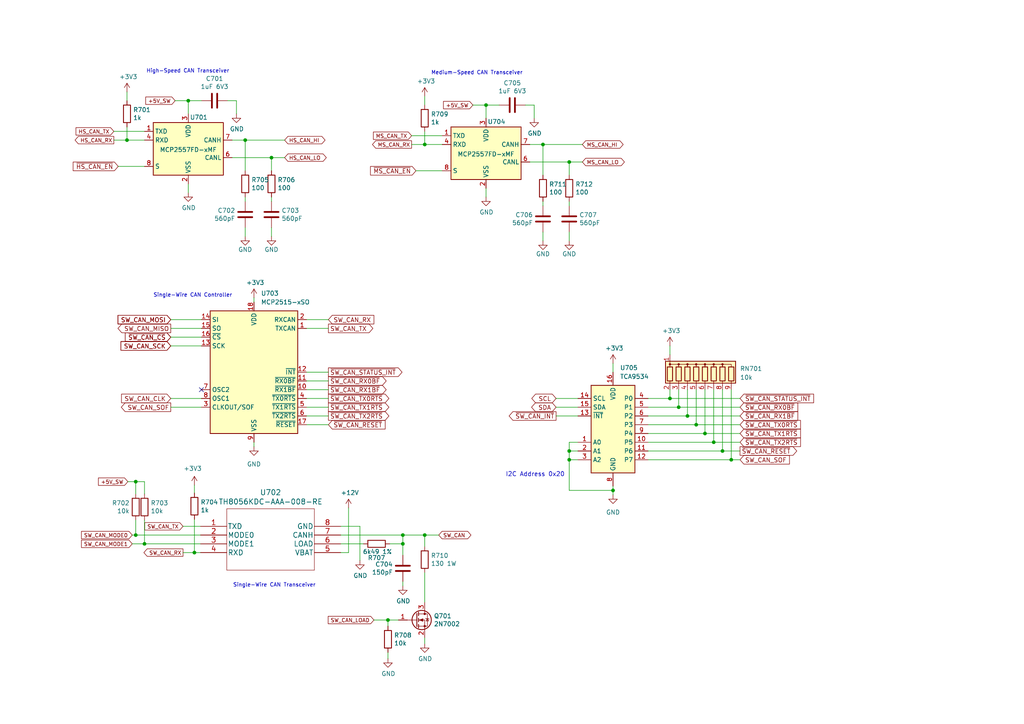
<source format=kicad_sch>
(kicad_sch (version 20211123) (generator eeschema)
  (paper "A4")
  (lib_symbols
    (symbol "Device:C" (pin_numbers hide) (pin_names (offset 0.254))
      (property "Reference" "C" (at 0.635 2.54 0))
      (property "Value" "C" (at 0.635 -2.54 0))
      (symbol "C_0_1"
        (polyline (pts (xy -2.032 -0.762) (xy 2.032 -0.762)) (stroke (width 0.508)))
        (polyline (pts (xy -2.032 0.762) (xy 2.032 0.762)) (stroke (width 0.508)))
      )
      (symbol "C_1_1"
        (pin passive line (at 0 3.81 270) (length 2.794) (name "~") (number "1"))
        (pin passive line (at 0 -3.81 90) (length 2.794) (name "~") (number "2"))
      )
    )
    (symbol "Device:R" (pin_numbers hide) (pin_names (offset 0))
      (property "Reference" "R" (at 2.032 0 90))
      (property "Value" "R" (at 0 0 90))
      (symbol "R_0_1"
        (rectangle (start -1.016 -2.54) (end 1.016 2.54) (stroke (width 0.254)))
      )
      (symbol "R_1_1"
        (pin passive line (at 0 3.81 270) (length 1.27) (name "~") (number "1"))
        (pin passive line (at 0 -3.81 90) (length 1.27) (name "~") (number "2"))
      )
    )
    (symbol "Device:R_Network08" (pin_names (offset 0) hide)
      (property "Reference" "RN" (at -12.7 0 90))
      (property "Value" "R_Network08" (at 10.16 0 90))
      (symbol "R_Network08_0_1"
        (rectangle (start -11.43 -3.175) (end 8.89 3.175) (stroke (width 0.254)) (fill (type background)))
        (rectangle (start -10.922 1.524) (end -9.398 -2.54) (stroke (width 0.254)))
        (circle (center -10.16 2.286) (radius 0.254) (fill (type outline)))
        (rectangle (start -8.382 1.524) (end -6.858 -2.54) (stroke (width 0.254)))
        (circle (center -7.62 2.286) (radius 0.254) (fill (type outline)))
        (rectangle (start -5.842 1.524) (end -4.318 -2.54) (stroke (width 0.254)))
        (circle (center -5.08 2.286) (radius 0.254) (fill (type outline)))
        (rectangle (start -3.302 1.524) (end -1.778 -2.54) (stroke (width 0.254)))
        (circle (center -2.54 2.286) (radius 0.254) (fill (type outline)))
        (rectangle (start -0.762 1.524) (end 0.762 -2.54) (stroke (width 0.254)))
        (polyline (pts (xy -10.16 -2.54) (xy -10.16 -3.81)))
        (polyline (pts (xy -7.62 -2.54) (xy -7.62 -3.81)))
        (polyline (pts (xy -5.08 -2.54) (xy -5.08 -3.81)))
        (polyline (pts (xy -2.54 -2.54) (xy -2.54 -3.81)))
        (polyline (pts (xy 0 -2.54) (xy 0 -3.81)))
        (polyline (pts (xy 2.54 -2.54) (xy 2.54 -3.81)))
        (polyline (pts (xy 5.08 -2.54) (xy 5.08 -3.81)))
        (polyline (pts (xy 7.62 -2.54) (xy 7.62 -3.81)))
        (polyline (pts (xy -10.16 1.524) (xy -10.16 2.286) (xy -7.62 2.286) (xy -7.62 1.524)))
        (polyline (pts (xy -7.62 1.524) (xy -7.62 2.286) (xy -5.08 2.286) (xy -5.08 1.524)))
        (polyline (pts (xy -5.08 1.524) (xy -5.08 2.286) (xy -2.54 2.286) (xy -2.54 1.524)))
        (polyline (pts (xy -2.54 1.524) (xy -2.54 2.286) (xy 0 2.286) (xy 0 1.524)))
        (polyline (pts (xy 0 1.524) (xy 0 2.286) (xy 2.54 2.286) (xy 2.54 1.524)))
        (polyline (pts (xy 2.54 1.524) (xy 2.54 2.286) (xy 5.08 2.286) (xy 5.08 1.524)))
        (polyline (pts (xy 5.08 1.524) (xy 5.08 2.286) (xy 7.62 2.286) (xy 7.62 1.524)))
        (circle (center 0 2.286) (radius 0.254) (fill (type outline)))
        (rectangle (start 1.778 1.524) (end 3.302 -2.54) (stroke (width 0.254)))
        (circle (center 2.54 2.286) (radius 0.254) (fill (type outline)))
        (rectangle (start 4.318 1.524) (end 5.842 -2.54) (stroke (width 0.254)))
        (circle (center 5.08 2.286) (radius 0.254) (fill (type outline)))
        (rectangle (start 6.858 1.524) (end 8.382 -2.54) (stroke (width 0.254)))
      )
      (symbol "R_Network08_1_1"
        (pin passive line (at -10.16 5.08 270) (length 2.54) (name "common") (number "1"))
        (pin passive line (at -10.16 -5.08 90) (length 1.27) (name "R1") (number "2"))
        (pin passive line (at -7.62 -5.08 90) (length 1.27) (name "R2") (number "3"))
        (pin passive line (at -5.08 -5.08 90) (length 1.27) (name "R3") (number "4"))
        (pin passive line (at -2.54 -5.08 90) (length 1.27) (name "R4") (number "5"))
        (pin passive line (at 0 -5.08 90) (length 1.27) (name "R5") (number "6"))
        (pin passive line (at 2.54 -5.08 90) (length 1.27) (name "R6") (number "7"))
        (pin passive line (at 5.08 -5.08 90) (length 1.27) (name "R7") (number "8"))
        (pin passive line (at 7.62 -5.08 90) (length 1.27) (name "R8") (number "9"))
      )
    )
    (symbol "Interface_CAN_LIN:MCP2515-xSO"
      (property "Reference" "U" (at -10.16 19.685 0))
      (property "Value" "MCP2515-xSO" (at 19.05 20.32 0))
      (symbol "MCP2515-xSO_0_1"
        (rectangle (start -12.7 17.78) (end 12.7 -17.78) (stroke (width 0.254)) (fill (type background)))
      )
      (symbol "MCP2515-xSO_1_1"
        (pin output line (at 15.24 12.7 180) (length 2.54) (name "TXCAN") (number "1"))
        (pin output line (at 15.24 -5.08 180) (length 2.54) (name "~{RX1BF}") (number "10"))
        (pin output line (at 15.24 -2.54 180) (length 2.54) (name "~{RX0BF}") (number "11"))
        (pin output line (at 15.24 0 180) (length 2.54) (name "~{INT}") (number "12"))
        (pin input line (at -15.24 7.62 0) (length 2.54) (name "SCK") (number "13"))
        (pin input line (at -15.24 15.24 0) (length 2.54) (name "SI") (number "14"))
        (pin output line (at -15.24 12.7 0) (length 2.54) (name "SO") (number "15"))
        (pin input line (at -15.24 10.16 0) (length 2.54) (name "~{CS}") (number "16"))
        (pin input line (at 15.24 -15.24 180) (length 2.54) (name "~{RESET}") (number "17"))
        (pin power_in line (at 0 20.32 270) (length 2.54) (name "VDD") (number "18"))
        (pin input line (at 15.24 15.24 180) (length 2.54) (name "RXCAN") (number "2"))
        (pin output line (at -15.24 -10.16 0) (length 2.54) (name "CLKOUT/SOF") (number "3"))
        (pin input line (at 15.24 -7.62 180) (length 2.54) (name "~{TX0RTS}") (number "4"))
        (pin input line (at 15.24 -10.16 180) (length 2.54) (name "~{TX1RTS}") (number "5"))
        (pin input line (at 15.24 -12.7 180) (length 2.54) (name "~{TX2RTS}") (number "6"))
        (pin output line (at -15.24 -5.08 0) (length 2.54) (name "OSC2") (number "7"))
        (pin input line (at -15.24 -7.62 0) (length 2.54) (name "OSC1") (number "8"))
        (pin power_in line (at 0 -20.32 90) (length 2.54) (name "VSS") (number "9"))
      )
    )
    (symbol "Interface_CAN_LIN:MCP2557FD-xMF"
      (property "Reference" "U" (at -10.16 10.16 0))
      (property "Value" "MCP2557FD-xMF" (at 2.54 10.16 0))
      (symbol "MCP2557FD-xMF_0_1"
        (rectangle (start -10.16 7.62) (end 10.16 -7.62) (stroke (width 0.254)) (fill (type background)))
      )
      (symbol "MCP2557FD-xMF_1_1"
        (pin input line (at -12.7 5.08 0) (length 2.54) (name "TXD") (number "1"))
        (pin power_in line (at 0 -10.16 90) (length 2.54) (name "VSS") (number "2"))
        (pin power_in line (at 0 10.16 270) (length 2.54) (name "VDD") (number "3"))
        (pin output line (at -12.7 2.54 0) (length 2.54) (name "RXD") (number "4"))
        (pin no_connect line (at -10.16 -2.54 0) (length 2.54) hide (name "NC") (number "5"))
        (pin bidirectional line (at 12.7 -2.54 180) (length 2.54) (name "CANL") (number "6"))
        (pin bidirectional line (at 12.7 2.54 180) (length 2.54) (name "CANH") (number "7"))
        (pin input line (at -12.7 -5.08 0) (length 2.54) (name "S") (number "8"))
        (pin passive line (at 0 -10.16 90) (length 2.54) hide (name "VSS") (number "9"))
      )
    )
    (symbol "Interface_Expansion:TCA9534"
      (property "Reference" "U" (at -6.35 12.7 0))
      (property "Value" "TCA9534" (at 2.54 12.7 0))
      (symbol "TCA9534_0_1"
        (rectangle (start -6.35 -13.97) (end 6.35 11.43) (stroke (width 0.254)) (fill (type background)))
      )
      (symbol "TCA9534_1_1"
        (pin input line (at -10.16 -5.08 0) (length 3.81) (name "A0") (number "1"))
        (pin bidirectional line (at 10.16 -5.08 180) (length 3.81) (name "P5") (number "10"))
        (pin bidirectional line (at 10.16 -7.62 180) (length 3.81) (name "P6") (number "11"))
        (pin bidirectional line (at 10.16 -10.16 180) (length 3.81) (name "P7") (number "12"))
        (pin open_collector line (at -10.16 2.54 0) (length 3.81) (name "~{INT}") (number "13"))
        (pin input line (at -10.16 7.62 0) (length 3.81) (name "SCL") (number "14"))
        (pin bidirectional line (at -10.16 5.08 0) (length 3.81) (name "SDA") (number "15"))
        (pin power_in line (at 0 15.24 270) (length 3.81) (name "VDD") (number "16"))
        (pin input line (at -10.16 -7.62 0) (length 3.81) (name "A1") (number "2"))
        (pin input line (at -10.16 -10.16 0) (length 3.81) (name "A2") (number "3"))
        (pin bidirectional line (at 10.16 7.62 180) (length 3.81) (name "P0") (number "4"))
        (pin bidirectional line (at 10.16 5.08 180) (length 3.81) (name "P1") (number "5"))
        (pin bidirectional line (at 10.16 2.54 180) (length 3.81) (name "P2") (number "6"))
        (pin bidirectional line (at 10.16 0 180) (length 3.81) (name "P3") (number "7"))
        (pin power_in line (at 0 -17.78 90) (length 3.81) (name "GND") (number "8"))
        (pin bidirectional line (at 10.16 -2.54 180) (length 3.81) (name "P4") (number "9"))
      )
    )
    (symbol "Transistor_FET:2N7002" (pin_names hide)
      (property "Reference" "Q" (at 5.08 1.905 0))
      (property "Value" "2N7002" (at 5.08 0 0))
      (symbol "2N7002_0_1"
        (polyline (pts (xy 0.254 0) (xy -2.54 0)))
        (polyline (pts (xy 0.254 1.905) (xy 0.254 -1.905)) (stroke (width 0.254)))
        (polyline (pts (xy 0.762 -1.27) (xy 0.762 -2.286)) (stroke (width 0.254)))
        (polyline (pts (xy 0.762 0.508) (xy 0.762 -0.508)) (stroke (width 0.254)))
        (polyline (pts (xy 0.762 2.286) (xy 0.762 1.27)) (stroke (width 0.254)))
        (polyline (pts (xy 2.54 2.54) (xy 2.54 1.778)))
        (polyline (pts (xy 2.54 -2.54) (xy 2.54 0) (xy 0.762 0)))
        (polyline (pts (xy 0.762 -1.778) (xy 3.302 -1.778) (xy 3.302 1.778) (xy 0.762 1.778)))
        (polyline (pts (xy 1.016 0) (xy 2.032 0.381) (xy 2.032 -0.381) (xy 1.016 0)) (fill (type outline)))
        (polyline (pts (xy 2.794 0.508) (xy 2.921 0.381) (xy 3.683 0.381) (xy 3.81 0.254)))
        (polyline (pts (xy 3.302 0.381) (xy 2.921 -0.254) (xy 3.683 -0.254) (xy 3.302 0.381)))
        (circle (center 1.651 0) (radius 2.794) (stroke (width 0.254)))
        (circle (center 2.54 -1.778) (radius 0.254) (fill (type outline)))
        (circle (center 2.54 1.778) (radius 0.254) (fill (type outline)))
      )
      (symbol "2N7002_1_1"
        (pin input line (at -5.08 0 0) (length 2.54) (name "G") (number "1"))
        (pin passive line (at 2.54 -5.08 90) (length 2.54) (name "S") (number "2"))
        (pin passive line (at 2.54 5.08 270) (length 2.54) (name "D") (number "3"))
      )
    )
    (symbol "UltraLibrarian:TH8056KDC-AAA-008-RE" (pin_names (offset 0.254))
      (property "Reference" "U" (at 20.32 10.16 0))
      (property "Value" "TH8056KDC-AAA-008-RE" (at 20.32 7.62 0))
      (symbol "TH8056KDC-AAA-008-RE_1_1"
        (polyline (pts (xy 7.62 -12.7) (xy 33.02 -12.7)) (stroke (width 0.127)))
        (polyline (pts (xy 7.62 5.08) (xy 7.62 -12.7)) (stroke (width 0.127)))
        (polyline (pts (xy 33.02 -12.7) (xy 33.02 5.08)) (stroke (width 0.127)))
        (polyline (pts (xy 33.02 5.08) (xy 7.62 5.08)) (stroke (width 0.127)))
        (pin unspecified line (at 0 0 0) (length 7.62) (name "TXD") (number "1"))
        (pin unspecified line (at 0 -2.54 0) (length 7.62) (name "MODE0") (number "2"))
        (pin unspecified line (at 0 -5.08 0) (length 7.62) (name "MODE1") (number "3"))
        (pin unspecified line (at 0 -7.62 0) (length 7.62) (name "RXD") (number "4"))
        (pin output line (at 40.64 -7.62 180) (length 7.62) (name "VBAT") (number "5"))
        (pin unspecified line (at 40.64 -5.08 180) (length 7.62) (name "LOAD") (number "6"))
        (pin unspecified line (at 40.64 -2.54 180) (length 7.62) (name "CANH") (number "7"))
        (pin power_in line (at 40.64 0 180) (length 7.62) (name "GND") (number "8"))
      )
    )
    (symbol "power:+12V" (power) (pin_names (offset 0))
      (property "Value" "+12V" (at 0 3.556 0))
      (symbol "+12V_0_1"
        (polyline (pts (xy -0.762 1.27) (xy 0 2.54)))
        (polyline (pts (xy 0 0) (xy 0 2.54)))
        (polyline (pts (xy 0 2.54) (xy 0.762 1.27)))
      )
      (symbol "+12V_1_1"
        (pin power_in line (at 0 0 90) (length 0) hide (name "+12V") (number "1"))
      )
    )
    (symbol "power:+3V3" (power) (pin_names (offset 0))
      (property "Value" "+3V3" (at 0 3.556 0))
      (symbol "+3V3_0_1"
        (polyline (pts (xy -0.762 1.27) (xy 0 2.54)))
        (polyline (pts (xy 0 0) (xy 0 2.54)))
        (polyline (pts (xy 0 2.54) (xy 0.762 1.27)))
      )
      (symbol "+3V3_1_1"
        (pin power_in line (at 0 0 90) (length 0) hide (name "+3V3") (number "1"))
      )
    )
    (symbol "power:GND" (power) (pin_names (offset 0))
      (property "Value" "GND" (at 0 -3.81 0))
      (symbol "GND_0_1"
        (polyline (pts (xy 0 0) (xy 0 -1.27) (xy 1.27 -1.27) (xy 0 -2.54) (xy -1.27 -1.27) (xy 0 -1.27)))
      )
      (symbol "GND_1_1"
        (pin power_in line (at 0 0 270) (length 0) hide (name "GND") (number "1"))
      )
    )
  )
  (junction (at 204.47 125.73))
  (junction (at 157.48 41.91))
  (junction (at 36.83 40.64))
  (junction (at 212.09 133.35))
  (junction (at 123.19 41.91))
  (junction (at 112.522 179.832))
  (junction (at 123.19 155.194))
  (junction (at 165.1 133.35))
  (junction (at 71.12 40.64))
  (junction (at 116.84 157.734))
  (junction (at 116.84 155.194))
  (junction (at 194.31 115.57))
  (junction (at 41.91 157.734))
  (junction (at 207.01 128.27))
  (junction (at 165.1 46.99))
  (junction (at 209.55 130.81))
  (junction (at 54.61 29.21))
  (junction (at 196.85 118.11))
  (junction (at 39.37 139.7))
  (junction (at 199.39 120.65))
  (junction (at 140.97 30.48))
  (junction (at 39.37 155.194))
  (junction (at 78.74 45.72))
  (junction (at 56.388 160.274))
  (junction (at 201.93 123.19))
  (junction (at 165.1 130.81))
  (junction (at 177.8 142.24))
  (no_connect (at 58.42 113.03))
  (wire (pts (xy 199.39 113.03) (xy 199.39 120.65)))
  (wire (pts (xy 207.01 113.03) (xy 207.01 128.27)))
  (wire (pts (xy 187.96 118.11) (xy 196.85 118.11)))
  (wire (pts (xy 101.092 160.274) (xy 98.806 160.274)))
  (wire (pts (xy 123.19 186.69) (xy 123.19 184.912)))
  (wire (pts (xy 161.29 120.65) (xy 167.64 120.65)))
  (wire (pts (xy 54.61 29.21) (xy 58.42 29.21)))
  (wire (pts (xy 157.48 67.31) (xy 157.48 69.85)))
  (wire (pts (xy 177.8 142.24) (xy 177.8 143.51)))
  (wire (pts (xy 38.354 157.734) (xy 41.91 157.734)))
  (wire (pts (xy 34.29 48.26) (xy 41.91 48.26)))
  (wire (pts (xy 88.9 113.03) (xy 95.25 113.03)))
  (wire (pts (xy 36.83 36.83) (xy 36.83 40.64)))
  (wire (pts (xy 165.1 130.81) (xy 165.1 133.35)))
  (wire (pts (xy 123.19 174.752) (xy 123.19 166.116)))
  (wire (pts (xy 165.1 58.42) (xy 165.1 59.69)))
  (wire (pts (xy 119.38 39.37) (xy 128.27 39.37)))
  (wire (pts (xy 194.31 100.33) (xy 194.31 102.87)))
  (wire (pts (xy 153.67 46.99) (xy 165.1 46.99)))
  (wire (pts (xy 116.84 169.926) (xy 116.84 168.656)))
  (wire (pts (xy 49.53 115.57) (xy 58.42 115.57)))
  (wire (pts (xy 98.806 155.194) (xy 116.84 155.194)))
  (wire (pts (xy 204.47 125.73) (xy 214.63 125.73)))
  (wire (pts (xy 161.29 115.57) (xy 167.64 115.57)))
  (wire (pts (xy 154.94 30.48) (xy 154.94 34.29)))
  (wire (pts (xy 112.522 181.61) (xy 112.522 179.832)))
  (wire (pts (xy 88.9 120.65) (xy 95.25 120.65)))
  (wire (pts (xy 33.02 38.1) (xy 41.91 38.1)))
  (wire (pts (xy 49.53 100.33) (xy 58.42 100.33)))
  (wire (pts (xy 123.19 155.194) (xy 127.254 155.194)))
  (wire (pts (xy 88.9 92.71) (xy 95.25 92.71)))
  (wire (pts (xy 116.84 161.036) (xy 116.84 157.734)))
  (wire (pts (xy 73.66 128.27) (xy 73.66 129.54)))
  (wire (pts (xy 71.12 66.04) (xy 71.12 68.58)))
  (wire (pts (xy 41.91 157.734) (xy 58.166 157.734)))
  (wire (pts (xy 165.1 142.24) (xy 177.8 142.24)))
  (wire (pts (xy 71.12 40.64) (xy 82.55 40.64)))
  (wire (pts (xy 140.97 54.61) (xy 140.97 57.15)))
  (wire (pts (xy 49.53 118.11) (xy 58.42 118.11)))
  (wire (pts (xy 140.97 30.48) (xy 144.78 30.48)))
  (wire (pts (xy 88.9 95.25) (xy 95.25 95.25)))
  (wire (pts (xy 101.092 147.32) (xy 101.092 160.274)))
  (wire (pts (xy 157.48 41.91) (xy 153.67 41.91)))
  (wire (pts (xy 167.64 128.27) (xy 165.1 128.27)))
  (wire (pts (xy 152.4 30.48) (xy 154.94 30.48)))
  (wire (pts (xy 196.85 118.11) (xy 214.63 118.11)))
  (wire (pts (xy 78.74 45.72) (xy 82.55 45.72)))
  (wire (pts (xy 41.91 139.7) (xy 41.91 143.256)))
  (wire (pts (xy 165.1 133.35) (xy 167.64 133.35)))
  (wire (pts (xy 157.48 50.8) (xy 157.48 41.91)))
  (wire (pts (xy 187.96 130.81) (xy 209.55 130.81)))
  (wire (pts (xy 54.61 53.34) (xy 54.61 55.88)))
  (wire (pts (xy 88.9 107.95) (xy 95.25 107.95)))
  (wire (pts (xy 67.31 45.72) (xy 78.74 45.72)))
  (wire (pts (xy 194.31 113.03) (xy 194.31 115.57)))
  (wire (pts (xy 39.37 139.7) (xy 41.91 139.7)))
  (wire (pts (xy 88.9 110.49) (xy 95.25 110.49)))
  (wire (pts (xy 123.19 27.94) (xy 123.19 30.48)))
  (wire (pts (xy 123.19 158.496) (xy 123.19 155.194)))
  (wire (pts (xy 212.09 133.35) (xy 214.63 133.35)))
  (wire (pts (xy 165.1 46.99) (xy 168.91 46.99)))
  (wire (pts (xy 157.48 58.42) (xy 157.48 59.69)))
  (wire (pts (xy 187.96 120.65) (xy 199.39 120.65)))
  (wire (pts (xy 123.19 38.1) (xy 123.19 41.91)))
  (wire (pts (xy 204.47 113.03) (xy 204.47 125.73)))
  (wire (pts (xy 37.084 139.7) (xy 39.37 139.7)))
  (wire (pts (xy 39.37 155.194) (xy 58.166 155.194)))
  (wire (pts (xy 187.96 133.35) (xy 212.09 133.35)))
  (wire (pts (xy 137.16 30.48) (xy 140.97 30.48)))
  (wire (pts (xy 165.1 133.35) (xy 165.1 142.24)))
  (wire (pts (xy 54.61 29.21) (xy 54.61 33.02)))
  (wire (pts (xy 71.12 40.64) (xy 67.31 40.64)))
  (wire (pts (xy 104.394 162.56) (xy 104.394 152.654)))
  (wire (pts (xy 78.74 45.72) (xy 78.74 49.53)))
  (wire (pts (xy 56.388 150.622) (xy 56.388 160.274)))
  (wire (pts (xy 56.388 160.274) (xy 58.166 160.274)))
  (wire (pts (xy 157.48 41.91) (xy 168.91 41.91)))
  (wire (pts (xy 116.84 155.194) (xy 123.19 155.194)))
  (wire (pts (xy 199.39 120.65) (xy 214.63 120.65)))
  (wire (pts (xy 112.522 189.23) (xy 112.522 191.008)))
  (wire (pts (xy 36.83 40.64) (xy 41.91 40.64)))
  (wire (pts (xy 196.85 113.03) (xy 196.85 118.11)))
  (wire (pts (xy 78.74 66.04) (xy 78.74 68.58)))
  (wire (pts (xy 165.1 67.31) (xy 165.1 69.85)))
  (wire (pts (xy 187.96 115.57) (xy 194.31 115.57)))
  (wire (pts (xy 88.9 123.19) (xy 95.25 123.19)))
  (wire (pts (xy 88.9 115.57) (xy 95.25 115.57)))
  (wire (pts (xy 212.09 113.03) (xy 212.09 133.35)))
  (wire (pts (xy 120.65 49.53) (xy 128.27 49.53)))
  (wire (pts (xy 73.66 86.36) (xy 73.66 87.63)))
  (wire (pts (xy 39.37 143.256) (xy 39.37 139.7)))
  (wire (pts (xy 71.12 57.15) (xy 71.12 58.42)))
  (wire (pts (xy 50.8 29.21) (xy 54.61 29.21)))
  (wire (pts (xy 209.55 130.81) (xy 214.63 130.81)))
  (wire (pts (xy 123.19 41.91) (xy 128.27 41.91)))
  (wire (pts (xy 78.74 57.15) (xy 78.74 58.42)))
  (wire (pts (xy 108.458 179.832) (xy 112.522 179.832)))
  (wire (pts (xy 161.29 118.11) (xy 167.64 118.11)))
  (wire (pts (xy 98.806 157.734) (xy 105.41 157.734)))
  (wire (pts (xy 33.02 40.64) (xy 36.83 40.64)))
  (wire (pts (xy 49.53 97.79) (xy 58.42 97.79)))
  (wire (pts (xy 187.96 128.27) (xy 207.01 128.27)))
  (wire (pts (xy 116.84 157.734) (xy 113.03 157.734)))
  (wire (pts (xy 53.086 152.654) (xy 58.166 152.654)))
  (wire (pts (xy 201.93 113.03) (xy 201.93 123.19)))
  (wire (pts (xy 140.97 30.48) (xy 140.97 34.29)))
  (wire (pts (xy 201.93 123.19) (xy 214.63 123.19)))
  (wire (pts (xy 194.31 115.57) (xy 214.63 115.57)))
  (wire (pts (xy 177.8 105.41) (xy 177.8 107.95)))
  (wire (pts (xy 49.53 92.71) (xy 58.42 92.71)))
  (wire (pts (xy 49.53 95.25) (xy 58.42 95.25)))
  (wire (pts (xy 116.84 157.734) (xy 116.84 155.194)))
  (wire (pts (xy 207.01 128.27) (xy 214.63 128.27)))
  (wire (pts (xy 39.37 150.876) (xy 39.37 155.194)))
  (wire (pts (xy 104.394 152.654) (xy 98.806 152.654)))
  (wire (pts (xy 88.9 118.11) (xy 95.25 118.11)))
  (wire (pts (xy 165.1 46.99) (xy 165.1 50.8)))
  (wire (pts (xy 71.12 49.53) (xy 71.12 40.64)))
  (wire (pts (xy 112.522 179.832) (xy 115.57 179.832)))
  (wire (pts (xy 165.1 130.81) (xy 167.64 130.81)))
  (wire (pts (xy 177.8 140.97) (xy 177.8 142.24)))
  (wire (pts (xy 68.58 29.21) (xy 68.58 33.02)))
  (wire (pts (xy 56.388 140.716) (xy 56.388 143.002)))
  (wire (pts (xy 38.354 155.194) (xy 39.37 155.194)))
  (wire (pts (xy 66.04 29.21) (xy 68.58 29.21)))
  (wire (pts (xy 36.83 26.67) (xy 36.83 29.21)))
  (wire (pts (xy 41.91 150.876) (xy 41.91 157.734)))
  (wire (pts (xy 209.55 113.03) (xy 209.55 130.81)))
  (wire (pts (xy 53.086 160.274) (xy 56.388 160.274)))
  (wire (pts (xy 119.38 41.91) (xy 123.19 41.91)))
  (wire (pts (xy 187.96 125.73) (xy 204.47 125.73)))
  (wire (pts (xy 165.1 128.27) (xy 165.1 130.81)))
  (wire (pts (xy 187.96 123.19) (xy 201.93 123.19)))
  (text "Single-Wire CAN Controller" (at 44.45 86.36 0) (effects (font (size 1.0922 1.0922)) (justify left bottom)))
  (text "Single-Wire CAN Transceiver" (at 67.564 170.434 0) (effects (font (size 1.0922 1.0922)) (justify left bottom)))
  (text "High-Speed CAN Transceiver" (at 66.548 21.336 180) (effects (font (size 1.0922 1.0922)) (justify right bottom)))
  (text "I2C Address 0x20" (at 163.83 138.43 180) (effects (font (size 1.27 1.27)) (justify right bottom)))
  (text "Medium-Speed CAN Transceiver" (at 151.638 21.844 180) (effects (font (size 1.0922 1.0922)) (justify right bottom)))
  (global_label "SW_CAN_MOSI" (shape input) (at 49.53 92.71 180) (property "Intersheet References" "${INTERSHEET_REFS}" (effects hide)))
  (global_label "MS_CAN_LO" (shape bidirectional) (at 168.91 46.99 0) (effects (font (size 1.0922 1.0922))) (property "Intersheet References" "${INTERSHEET_REFS}" (effects hide)))
  (global_label "+5V_SW" (shape input) (at 50.8 29.21 180) (effects (font (size 1.0922 1.0922))) (property "Intersheet References" "${INTERSHEET_REFS}" (effects hide)))
  (global_label "MS_CAN_HI" (shape bidirectional) (at 168.91 41.91 0) (effects (font (size 1.0922 1.0922))) (property "Intersheet References" "${INTERSHEET_REFS}" (effects hide)))
  (global_label "SCL" (shape bidirectional) (at 161.29 115.57 180) (property "Intersheet References" "${INTERSHEET_REFS}" (effects hide)))
  (global_label "SW_CAN_LOAD" (shape input) (at 108.458 179.832 180) (effects (font (size 1.0922 1.0922))) (property "Intersheet References" "${INTERSHEET_REFS}" (effects hide)))
  (global_label "SDA" (shape bidirectional) (at 161.29 118.11 180) (property "Intersheet References" "${INTERSHEET_REFS}" (effects hide)))
  (global_label "~{MS_CAN_EN}" (shape input) (at 120.65 49.53 180) (property "Intersheet References" "${INTERSHEET_REFS}" (effects hide)))
  (global_label "~{SW_CAN_TX0RTS}" (shape output) (at 95.25 115.57 0) (property "Intersheet References" "${INTERSHEET_REFS}" (effects hide)))
  (global_label "~{SW_CAN_INT}" (shape output) (at 161.29 120.65 180) (property "Intersheet References" "${INTERSHEET_REFS}" (effects hide)))
  (global_label "~{SW_CAN_TX2RTS}" (shape output) (at 95.25 120.65 0) (property "Intersheet References" "${INTERSHEET_REFS}" (effects hide)))
  (global_label "~{SW_CAN_RX0BF}" (shape input) (at 214.63 118.11 0) (property "Intersheet References" "${INTERSHEET_REFS}" (effects hide)))
  (global_label "SW_CAN_MISO" (shape output) (at 49.53 95.25 180) (property "Intersheet References" "${INTERSHEET_REFS}" (effects hide)))
  (global_label "SW_CAN_RX" (shape input) (at 95.25 92.71 0) (property "Intersheet References" "${INTERSHEET_REFS}" (effects hide)))
  (global_label "HS_CAN_RX" (shape output) (at 33.02 40.64 180) (effects (font (size 1.0922 1.0922))) (property "Intersheet References" "${INTERSHEET_REFS}" (effects hide)))
  (global_label "~{SW_CAN_CS}" (shape input) (at 49.53 97.79 180) (property "Intersheet References" "${INTERSHEET_REFS}" (effects hide)))
  (global_label "SW_CAN_CS" (shape input) (at 49.53 97.79 180) (property "Intersheet References" "${INTERSHEET_REFS}" (effects hide)))
  (global_label "~{SW_CAN_RX1BF}" (shape input) (at 214.63 120.65 0) (property "Intersheet References" "${INTERSHEET_REFS}" (effects hide)))
  (global_label "SW_CAN" (shape bidirectional) (at 127.254 155.194 0) (effects (font (size 1.0922 1.0922))) (property "Intersheet References" "${INTERSHEET_REFS}" (effects hide)))
  (global_label "~{SW_CAN_RESET}" (shape input) (at 95.25 123.19 0) (property "Intersheet References" "${INTERSHEET_REFS}" (effects hide)))
  (global_label "SW_CAN_SCK" (shape input) (at 49.53 100.33 180) (property "Intersheet References" "${INTERSHEET_REFS}" (effects hide)))
  (global_label "~{SW_CAN_TX1RTS}" (shape output) (at 95.25 118.11 0) (property "Intersheet References" "${INTERSHEET_REFS}" (effects hide)))
  (global_label "~{SW_CAN_STATUS_INT}" (shape input) (at 214.63 115.57 0) (property "Intersheet References" "${INTERSHEET_REFS}" (effects hide)))
  (global_label "~{HS_CAN_EN}" (shape input) (at 34.29 48.26 180) (property "Intersheet References" "${INTERSHEET_REFS}" (effects hide)))
  (global_label "+5V_SW" (shape input) (at 137.16 30.48 180) (effects (font (size 1.0922 1.0922))) (property "Intersheet References" "${INTERSHEET_REFS}" (effects hide)))
  (global_label "~{SW_CAN_RX1BF}" (shape output) (at 95.25 113.03 0) (property "Intersheet References" "${INTERSHEET_REFS}" (effects hide)))
  (global_label "SW_CAN_MOSI" (shape input) (at 49.53 92.71 180) (property "Intersheet References" "${INTERSHEET_REFS}" (effects hide)))
  (global_label "SW_CAN_MODE0" (shape input) (at 38.354 155.194 180) (effects (font (size 1.0922 1.0922))) (property "Intersheet References" "${INTERSHEET_REFS}" (effects hide)))
  (global_label "SW_CAN_TX" (shape input) (at 53.086 152.654 180) (effects (font (size 1.0922 1.0922))) (property "Intersheet References" "${INTERSHEET_REFS}" (effects hide)))
  (global_label "+5V_SW" (shape input) (at 37.084 139.7 180) (effects (font (size 1.0922 1.0922))) (property "Intersheet References" "${INTERSHEET_REFS}" (effects hide)))
  (global_label "SW_CAN_CLK" (shape input) (at 49.53 115.57 180) (property "Intersheet References" "${INTERSHEET_REFS}" (effects hide)))
  (global_label "SW_CAN_SOF" (shape input) (at 214.63 133.35 0) (property "Intersheet References" "${INTERSHEET_REFS}" (effects hide)))
  (global_label "SW_CAN_TX" (shape output) (at 95.25 95.25 0) (property "Intersheet References" "${INTERSHEET_REFS}" (effects hide)))
  (global_label "SW_CAN_SOF" (shape output) (at 49.53 118.11 180) (property "Intersheet References" "${INTERSHEET_REFS}" (effects hide)))
  (global_label "~{SW_CAN_TX1RTS}" (shape input) (at 214.63 125.73 0) (property "Intersheet References" "${INTERSHEET_REFS}" (effects hide)))
  (global_label "HS_CAN_LO" (shape bidirectional) (at 82.55 45.72 0) (effects (font (size 1.0922 1.0922))) (property "Intersheet References" "${INTERSHEET_REFS}" (effects hide)))
  (global_label "~{SW_CAN_RESET}" (shape output) (at 214.63 130.81 0) (property "Intersheet References" "${INTERSHEET_REFS}" (effects hide)))
  (global_label "HS_CAN_HI" (shape bidirectional) (at 82.55 40.64 0) (effects (font (size 1.0922 1.0922))) (property "Intersheet References" "${INTERSHEET_REFS}" (effects hide)))
  (global_label "SW_CAN_SCK" (shape input) (at 49.53 100.33 180) (property "Intersheet References" "${INTERSHEET_REFS}" (effects hide)))
  (global_label "~{SW_CAN_RX0BF}" (shape output) (at 95.25 110.49 0) (property "Intersheet References" "${INTERSHEET_REFS}" (effects hide)))
  (global_label "~{SW_CAN_TX0RTS}" (shape input) (at 214.63 123.19 0) (property "Intersheet References" "${INTERSHEET_REFS}" (effects hide)))
  (global_label "~{SW_CAN_TX2RTS}" (shape input) (at 214.63 128.27 0) (property "Intersheet References" "${INTERSHEET_REFS}" (effects hide)))
  (global_label "MS_CAN_TX" (shape input) (at 119.38 39.37 180) (effects (font (size 1.0922 1.0922))) (property "Intersheet References" "${INTERSHEET_REFS}" (effects hide)))
  (global_label "SW_CAN_RX" (shape output) (at 53.086 160.274 180) (effects (font (size 1.0922 1.0922))) (property "Intersheet References" "${INTERSHEET_REFS}" (effects hide)))
  (global_label "MS_CAN_RX" (shape output) (at 119.38 41.91 180) (effects (font (size 1.0922 1.0922))) (property "Intersheet References" "${INTERSHEET_REFS}" (effects hide)))
  (global_label "~{SW_CAN_STATUS_INT}" (shape output) (at 95.25 107.95 0) (property "Intersheet References" "${INTERSHEET_REFS}" (effects hide)))
  (global_label "HS_CAN_TX" (shape input) (at 33.02 38.1 180) (effects (font (size 1.0922 1.0922))) (property "Intersheet References" "${INTERSHEET_REFS}" (effects hide)))
  (global_label "SW_CAN_MODE1" (shape input) (at 38.354 157.734 180) (effects (font (size 1.0922 1.0922))) (property "Intersheet References" "${INTERSHEET_REFS}" (effects hide)))
  (symbol (lib_id "Device:R") (at 123.19 162.306 0) (unit 1)
    (property "Reference" "R710" (at 124.968 161.1376 0) (effects (justify left)))
    (property "Value" "130 1W" (at 124.968 163.449 0) (effects (justify left)))
  )
  (symbol (lib_id "power:GND") (at 165.1 69.85 0) (unit 1)
    (property "Reference" "#PWR0718" (effects hide))
    (property "Value" "GND" (at 165.1 73.66 0))
  )
  (symbol (lib_id "power:+3V3") (at 56.388 140.716 0) (unit 1)
    (property "Reference" "#PWR0703" (effects hide))
    (property "Value" "+3V3" (at 55.88 135.89 0))
  )
  (symbol (lib_id "Device:R") (at 39.37 147.066 0) (mirror x) (unit 1)
    (property "Reference" "R702" (at 37.592 145.8976 0) (effects (justify right)))
    (property "Value" "10k" (at 37.592 148.209 0) (effects (justify right)))
  )
  (symbol (lib_id "power:+3V3") (at 73.66 86.36 0) (unit 1)
    (property "Reference" "#PWR0706" (effects hide))
    (property "Value" "+3V3" (at 74.041 81.9658 0))
  )
  (symbol (lib_id "Device:C") (at 116.84 164.846 0) (mirror x) (unit 1)
    (property "Reference" "C704" (at 113.9444 163.6776 0) (effects (justify right)))
    (property "Value" "150pF" (at 113.9444 165.989 0) (effects (justify right)))
  )
  (symbol (lib_id "power:+3V3") (at 123.19 27.94 0) (unit 1)
    (property "Reference" "#PWR0713" (effects hide))
    (property "Value" "+3V3" (at 123.571 23.5458 0))
  )
  (symbol (lib_id "Device:C") (at 157.48 63.5 0) (mirror x) (unit 1)
    (property "Reference" "C706" (at 154.5844 62.3316 0) (effects (justify right)))
    (property "Value" "560pF" (at 154.5844 64.643 0) (effects (justify right)))
  )
  (symbol (lib_id "power:GND") (at 104.394 162.56 0) (unit 1)
    (property "Reference" "#PWR0710" (effects hide))
    (property "Value" "GND" (at 104.521 166.9542 0))
  )
  (symbol (lib_id "Device:R") (at 165.1 54.61 0) (unit 1)
    (property "Reference" "R712" (at 166.878 53.4416 0) (effects (justify left)))
    (property "Value" "100" (at 166.878 55.753 0) (effects (justify left)))
  )
  (symbol (lib_id "power:GND") (at 177.8 143.51 0) (unit 1)
    (property "Reference" "#PWR0720" (effects hide))
    (property "Value" "GND" (at 177.8 148.59 0))
  )
  (symbol (lib_id "power:GND") (at 78.74 68.58 0) (unit 1)
    (property "Reference" "#PWR0708" (effects hide))
    (property "Value" "GND" (at 78.74 72.39 0))
  )
  (symbol (lib_id "Device:C") (at 148.59 30.48 270) (unit 1)
    (property "Reference" "C705" (at 148.59 24.0792 90))
    (property "Value" "1uF 6V3" (at 148.59 26.3906 90))
  )
  (symbol (lib_id "Device:R") (at 78.74 53.34 0) (unit 1)
    (property "Reference" "R706" (at 80.518 52.1716 0) (effects (justify left)))
    (property "Value" "100" (at 80.518 54.483 0) (effects (justify left)))
  )
  (symbol (lib_id "Device:R") (at 123.19 34.29 0) (unit 1)
    (property "Reference" "R709" (at 124.968 33.1216 0) (effects (justify left)))
    (property "Value" "1k" (at 124.968 35.433 0) (effects (justify left)))
  )
  (symbol (lib_id "Device:C") (at 62.23 29.21 270) (unit 1)
    (property "Reference" "C701" (at 62.23 22.8092 90))
    (property "Value" "1uF 6V3" (at 62.23 25.1206 90))
  )
  (symbol (lib_id "Interface_Expansion:TCA9534") (at 177.8 123.19 0) (unit 1)
    (property "Reference" "U705" (at 179.8194 106.68 0) (effects (justify left)))
    (property "Value" "TCA9534" (at 179.8194 109.22 0) (effects (justify left)))
    (property "Footprint" "Package_SO:TSSOP-16_4.4x5mm_P0.65mm" (effects hide))
    (property "Datasheet" "http://www.ti.com/lit/ds/symlink/tca9534.pdf" (effects hide))
  )
  (symbol (lib_id "Device:R_Network08") (at 204.47 107.95 0) (unit 1)
    (property "Reference" "RN701" (at 214.63 106.9339 0) (effects (justify left)))
    (property "Value" "10k" (at 214.63 109.4739 0) (effects (justify left)))
    (property "Footprint" "Resistor_THT:R_Array_SIP9" (effects hide))
    (property "Datasheet" "http://www.vishay.com/docs/31509/csc.pdf" (effects hide))
  )
  (symbol (lib_id "power:GND") (at 123.19 186.69 0) (unit 1)
    (property "Reference" "#PWR0714" (effects hide))
    (property "Value" "GND" (at 123.317 191.0842 0))
  )
  (symbol (lib_id "Device:R") (at 109.22 157.734 270) (unit 1)
    (property "Reference" "R707" (at 109.22 161.798 90))
    (property "Value" "6k49 1%" (at 109.474 160.02 90))
  )
  (symbol (lib_id "power:GND") (at 73.66 129.54 0) (unit 1)
    (property "Reference" "#PWR0707" (effects hide))
    (property "Value" "GND" (at 73.66 134.62 0))
  )
  (symbol (lib_id "power:GND") (at 157.48 69.85 0) (unit 1)
    (property "Reference" "#PWR0717" (effects hide))
    (property "Value" "GND" (at 157.48 73.66 0))
  )
  (symbol (lib_id "power:GND") (at 71.12 68.58 0) (unit 1)
    (property "Reference" "#PWR0705" (effects hide))
    (property "Value" "GND" (at 71.12 72.39 0))
  )
  (symbol (lib_id "Device:C") (at 71.12 62.23 0) (mirror x) (unit 1)
    (property "Reference" "C702" (at 68.2244 61.0616 0) (effects (justify right)))
    (property "Value" "560pF" (at 68.2244 63.373 0) (effects (justify right)))
  )
  (symbol (lib_id "Device:R") (at 71.12 53.34 0) (unit 1)
    (property "Reference" "R705" (at 72.898 52.1716 0) (effects (justify left)))
    (property "Value" "100" (at 72.898 54.483 0) (effects (justify left)))
  )
  (symbol (lib_id "power:+3V3") (at 36.83 26.67 0) (unit 1)
    (property "Reference" "#PWR0701" (effects hide))
    (property "Value" "+3V3" (at 37.211 22.2758 0))
  )
  (symbol (lib_id "power:GND") (at 140.97 57.15 0) (unit 1)
    (property "Reference" "#PWR0715" (effects hide))
    (property "Value" "GND" (at 141.097 61.5442 0))
  )
  (symbol (lib_id "power:GND") (at 68.58 33.02 0) (unit 1)
    (property "Reference" "#PWR0704" (effects hide))
    (property "Value" "GND" (at 68.707 37.4142 0))
  )
  (symbol (lib_id "Transistor_FET:2N7002") (at 120.65 179.832 0) (unit 1)
    (property "Reference" "Q701" (at 125.8316 178.6636 0) (effects (justify left)))
    (property "Value" "2N7002" (at 125.8316 180.975 0) (effects (justify left)))
    (property "Footprint" "Package_TO_SOT_SMD:SOT-23" (effects hide))
    (property "Datasheet" "https://www.onsemi.com/pub/Collateral/NDS7002A-D.PDF" (effects hide))
  )
  (symbol (lib_id "power:+12V") (at 101.092 147.32 0) (unit 1)
    (property "Reference" "#PWR0709" (effects hide))
    (property "Value" "+12V" (at 101.473 142.9258 0))
  )
  (symbol (lib_id "power:+3V3") (at 194.31 100.33 0) (unit 1)
    (property "Reference" "#PWR0721" (effects hide))
    (property "Value" "+3V3" (at 194.691 95.9358 0))
  )
  (symbol (lib_id "Device:R") (at 56.388 146.812 0) (unit 1)
    (property "Reference" "R704" (at 58.166 145.6436 0) (effects (justify left)))
    (property "Value" "1k" (at 58.166 147.955 0) (effects (justify left)))
  )
  (symbol (lib_id "Device:C") (at 78.74 62.23 0) (unit 1)
    (property "Reference" "C703" (at 81.661 61.0616 0) (effects (justify left)))
    (property "Value" "560pF" (at 81.661 63.373 0) (effects (justify left)))
  )
  (symbol (lib_id "Device:R") (at 112.522 185.42 0) (unit 1)
    (property "Reference" "R708" (at 114.3 184.2516 0) (effects (justify left)))
    (property "Value" "10k" (at 114.3 186.563 0) (effects (justify left)))
  )
  (symbol (lib_id "Device:R") (at 157.48 54.61 0) (unit 1)
    (property "Reference" "R711" (at 159.258 53.4416 0) (effects (justify left)))
    (property "Value" "100" (at 159.258 55.753 0) (effects (justify left)))
  )
  (symbol (lib_id "Device:C") (at 165.1 63.5 0) (unit 1)
    (property "Reference" "C707" (at 168.021 62.3316 0) (effects (justify left)))
    (property "Value" "560pF" (at 168.021 64.643 0) (effects (justify left)))
  )
  (symbol (lib_id "power:GND") (at 54.61 55.88 0) (unit 1)
    (property "Reference" "#PWR0702" (effects hide))
    (property "Value" "GND" (at 54.737 60.2742 0))
  )
  (symbol (lib_id "power:GND") (at 116.84 169.926 0) (unit 1)
    (property "Reference" "#PWR0712" (effects hide))
    (property "Value" "GND" (at 116.967 174.3202 0))
  )
  (symbol (lib_id "power:+3V3") (at 177.8 105.41 0) (unit 1)
    (property "Reference" "#PWR0719" (effects hide))
    (property "Value" "+3V3" (at 178.181 101.0158 0))
  )
  (symbol (lib_id "power:GND") (at 112.522 191.008 0) (unit 1)
    (property "Reference" "#PWR0711" (effects hide))
    (property "Value" "GND" (at 112.649 195.4022 0))
  )
  (symbol (lib_id "Device:R") (at 41.91 147.066 0) (unit 1)
    (property "Reference" "R703" (at 43.688 145.8976 0) (effects (justify left)))
    (property "Value" "10k" (at 43.688 148.209 0) (effects (justify left)))
  )
  (symbol (lib_id "Device:R") (at 36.83 33.02 0) (unit 1)
    (property "Reference" "R701" (at 38.608 31.8516 0) (effects (justify left)))
    (property "Value" "1k" (at 38.608 34.163 0) (effects (justify left)))
  )
  (symbol (lib_id "UltraLibrarian:TH8056KDC-AAA-008-RE") (at 58.166 152.654 0) (unit 1)
    (property "Reference" "U702" (at 78.486 142.8242 0) (effects (font (size 1.524 1.524))))
    (property "Value" "TH8056KDC-AAA-008-RE" (at 78.486 145.5166 0) (effects (font (size 1.524 1.524))))
    (property "Footprint" "MEL_SOIC-8_MEL" (effects hide))
    (property "Datasheet" "https://www.st.com/resource/en/datasheet/lm139.pdf" (effects hide))
  )
  (symbol (lib_id "Interface_CAN_LIN:MCP2557FD-xMF") (at 54.61 43.18 0) (unit 1)
    (property "Reference" "U701" (at 57.658 34.036 0))
    (property "Value" "MCP2557FD-xMF" (at 54.61 43.434 0))
    (property "Footprint" "Package_DFN_QFN:DFN-8-1EP_3x3mm_P0.65mm_EP1.55x2.4mm" (effects hide))
    (property "Datasheet" "https://ww1.microchip.com/downloads/en/DeviceDoc/20005533A.pdf" (effects hide))
  )
  (symbol (lib_id "Interface_CAN_LIN:MCP2557FD-xMF") (at 140.97 44.45 0) (unit 1)
    (property "Reference" "U704" (at 144.018 35.306 0))
    (property "Value" "MCP2557FD-xMF" (at 140.97 44.704 0))
    (property "Footprint" "Package_DFN_QFN:DFN-8-1EP_3x3mm_P0.65mm_EP1.55x2.4mm" (effects hide))
    (property "Datasheet" "https://ww1.microchip.com/downloads/en/DeviceDoc/20005533A.pdf" (effects hide))
  )
  (symbol (lib_id "power:GND") (at 154.94 34.29 0) (unit 1)
    (property "Reference" "#PWR0716" (effects hide))
    (property "Value" "GND" (at 155.067 38.6842 0))
  )
  (symbol (lib_id "Interface_CAN_LIN:MCP2515-xSO") (at 73.66 107.95 0) (unit 1)
    (property "Reference" "U703" (at 75.6794 85.09 0) (effects (justify left)))
    (property "Value" "MCP2515-xSO" (at 75.6794 87.63 0) (effects (justify left)))
    (property "Footprint" "Package_SO:SOIC-18W_7.5x11.6mm_P1.27mm" (effects hide))
    (property "Datasheet" "http://ww1.microchip.com/downloads/en/DeviceDoc/21801e.pdf" (effects hide))
  )
)
</source>
